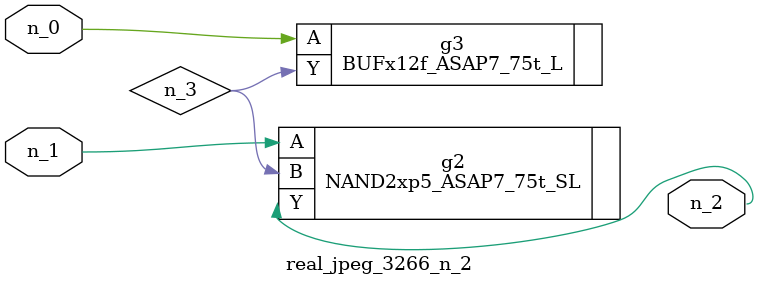
<source format=v>
module real_jpeg_3266_n_2 (n_1, n_0, n_2);

input n_1;
input n_0;

output n_2;

wire n_3;

BUFx12f_ASAP7_75t_L g3 ( 
.A(n_0),
.Y(n_3)
);

NAND2xp5_ASAP7_75t_SL g2 ( 
.A(n_1),
.B(n_3),
.Y(n_2)
);


endmodule
</source>
